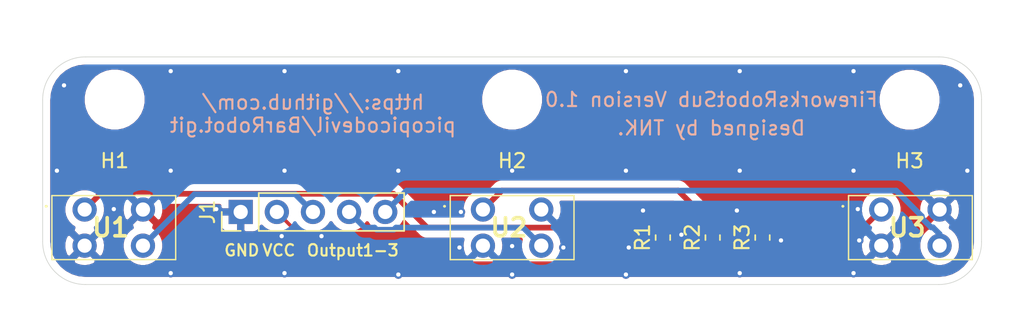
<source format=kicad_pcb>
(kicad_pcb (version 20171130) (host pcbnew "(5.1.6)-1")

  (general
    (thickness 1.6)
    (drawings 14)
    (tracks 76)
    (zones 0)
    (modules 10)
    (nets 9)
  )

  (page A4)
  (layers
    (0 F.Cu signal)
    (31 B.Cu signal)
    (32 B.Adhes user)
    (33 F.Adhes user)
    (34 B.Paste user)
    (35 F.Paste user)
    (36 B.SilkS user)
    (37 F.SilkS user)
    (38 B.Mask user)
    (39 F.Mask user)
    (40 Dwgs.User user)
    (41 Cmts.User user)
    (42 Eco1.User user)
    (43 Eco2.User user)
    (44 Edge.Cuts user)
    (45 Margin user)
    (46 B.CrtYd user)
    (47 F.CrtYd user)
    (48 B.Fab user)
    (49 F.Fab user)
  )

  (setup
    (last_trace_width 0.25)
    (user_trace_width 0.4)
    (trace_clearance 0.2)
    (zone_clearance 0.508)
    (zone_45_only no)
    (trace_min 0.2)
    (via_size 0.8)
    (via_drill 0.4)
    (via_min_size 0.4)
    (via_min_drill 0.3)
    (user_via 0.6 0.3)
    (uvia_size 0.3)
    (uvia_drill 0.1)
    (uvias_allowed no)
    (uvia_min_size 0.2)
    (uvia_min_drill 0.1)
    (edge_width 0.05)
    (segment_width 0.2)
    (pcb_text_width 0.3)
    (pcb_text_size 1.5 1.5)
    (mod_edge_width 0.12)
    (mod_text_size 1 1)
    (mod_text_width 0.15)
    (pad_size 1.524 1.524)
    (pad_drill 0.762)
    (pad_to_mask_clearance 0.05)
    (aux_axis_origin 0 0)
    (visible_elements 7FFFFFFF)
    (pcbplotparams
      (layerselection 0x010fc_ffffffff)
      (usegerberextensions false)
      (usegerberattributes true)
      (usegerberadvancedattributes true)
      (creategerberjobfile true)
      (excludeedgelayer true)
      (linewidth 0.100000)
      (plotframeref false)
      (viasonmask false)
      (mode 1)
      (useauxorigin false)
      (hpglpennumber 1)
      (hpglpenspeed 20)
      (hpglpendiameter 15.000000)
      (psnegative false)
      (psa4output false)
      (plotreference true)
      (plotvalue true)
      (plotinvisibletext false)
      (padsonsilk false)
      (subtractmaskfromsilk false)
      (outputformat 1)
      (mirror false)
      (drillshape 1)
      (scaleselection 1)
      (outputdirectory ""))
  )

  (net 0 "")
  (net 1 GND)
  (net 2 /VCC)
  (net 3 "Net-(R1-Pad2)")
  (net 4 "Net-(R2-Pad2)")
  (net 5 "Net-(R3-Pad2)")
  (net 6 /COLLECTOR_3)
  (net 7 /COLLECTOR_2)
  (net 8 /COLLECTOR_1)

  (net_class Default "This is the default net class."
    (clearance 0.2)
    (trace_width 0.25)
    (via_dia 0.8)
    (via_drill 0.4)
    (uvia_dia 0.3)
    (uvia_drill 0.1)
    (add_net /COLLECTOR_1)
    (add_net /COLLECTOR_2)
    (add_net /COLLECTOR_3)
    (add_net /VCC)
    (add_net GND)
    (add_net "Net-(R1-Pad2)")
    (add_net "Net-(R2-Pad2)")
    (add_net "Net-(R3-Pad2)")
  )

  (module SamcSys_Parts:A5131A (layer F.Cu) (tedit 0) (tstamp 5F5F8624)
    (at 98 72 180)
    (descr LBR-127HLD_1)
    (tags "Undefined or Miscellaneous")
    (path /5F5F0B72)
    (fp_text reference U2 (at 0.225 0) (layer F.SilkS)
      (effects (font (size 1.27 1.27) (thickness 0.254)))
    )
    (fp_text value LBR-127HLD (at 0.225 0) (layer F.SilkS) hide
      (effects (font (size 1.27 1.27) (thickness 0.254)))
    )
    (fp_arc (start 4.75 1.5) (end 4.8 1.5) (angle 180) (layer F.SilkS) (width 0.1))
    (fp_arc (start 4.75 1.5) (end 4.7 1.5) (angle 180) (layer F.SilkS) (width 0.1))
    (fp_text user %R (at 0.225 0) (layer F.Fab)
      (effects (font (size 1.27 1.27) (thickness 0.254)))
    )
    (fp_line (start -4.35 -2.25) (end 4.35 -2.25) (layer F.Fab) (width 0.2))
    (fp_line (start 4.35 -2.25) (end 4.35 2.25) (layer F.Fab) (width 0.2))
    (fp_line (start 4.35 2.25) (end -4.35 2.25) (layer F.Fab) (width 0.2))
    (fp_line (start -4.35 2.25) (end -4.35 -2.25) (layer F.Fab) (width 0.2))
    (fp_line (start -4.35 -2.25) (end 4.35 -2.25) (layer F.SilkS) (width 0.1))
    (fp_line (start 4.35 -2.25) (end 4.35 2.25) (layer F.SilkS) (width 0.1))
    (fp_line (start 4.35 2.25) (end -4.35 2.25) (layer F.SilkS) (width 0.1))
    (fp_line (start -4.35 2.25) (end -4.35 -2.25) (layer F.SilkS) (width 0.1))
    (fp_line (start -5.35 -3.25) (end 5.8 -3.25) (layer F.CrtYd) (width 0.1))
    (fp_line (start 5.8 -3.25) (end 5.8 3.25) (layer F.CrtYd) (width 0.1))
    (fp_line (start 5.8 3.25) (end -5.35 3.25) (layer F.CrtYd) (width 0.1))
    (fp_line (start -5.35 3.25) (end -5.35 -3.25) (layer F.CrtYd) (width 0.1))
    (fp_line (start 4.7 1.5) (end 4.7 1.5) (layer F.SilkS) (width 0.1))
    (fp_line (start 4.8 1.5) (end 4.8 1.5) (layer F.SilkS) (width 0.1))
    (pad 4 thru_hole circle (at -2.05 -1.27 180) (size 1.7 1.7) (drill 1) (layers *.Cu *.Mask)
      (net 7 /COLLECTOR_2))
    (pad 3 thru_hole circle (at -2.05 1.27 180) (size 1.7 1.7) (drill 1) (layers *.Cu *.Mask)
      (net 1 GND))
    (pad 2 thru_hole circle (at 2.05 -1.27 180) (size 1.7 1.7) (drill 1) (layers *.Cu *.Mask)
      (net 1 GND))
    (pad 1 thru_hole circle (at 2.05 1.27 180) (size 1.7 1.7) (drill 1) (layers *.Cu *.Mask)
      (net 4 "Net-(R2-Pad2)"))
  )

  (module MountingHole:MountingHole_3.2mm_M3 (layer F.Cu) (tedit 56D1B4CB) (tstamp 5F60C850)
    (at 98 63)
    (descr "Mounting Hole 3.2mm, no annular, M3")
    (tags "mounting hole 3.2mm no annular m3")
    (path /5F60CD02)
    (attr virtual)
    (fp_text reference H2 (at 0 4.3) (layer F.SilkS)
      (effects (font (size 1 1) (thickness 0.15)))
    )
    (fp_text value MountingHole (at 0 4.2) (layer F.Fab)
      (effects (font (size 1 1) (thickness 0.15)))
    )
    (fp_text user %R (at 0.3 0) (layer F.Fab)
      (effects (font (size 1 1) (thickness 0.15)))
    )
    (fp_circle (center 0 0) (end 3.2 0) (layer Cmts.User) (width 0.15))
    (fp_circle (center 0 0) (end 3.45 0) (layer F.CrtYd) (width 0.05))
    (pad 1 np_thru_hole circle (at 0 0) (size 3.2 3.2) (drill 3.2) (layers *.Cu *.Mask))
  )

  (module Resistor_SMD:R_0603_1608Metric_Pad1.05x0.95mm_HandSolder (layer F.Cu) (tedit 5B301BBD) (tstamp 5F60D831)
    (at 115.6 72.7 90)
    (descr "Resistor SMD 0603 (1608 Metric), square (rectangular) end terminal, IPC_7351 nominal with elongated pad for handsoldering. (Body size source: http://www.tortai-tech.com/upload/download/2011102023233369053.pdf), generated with kicad-footprint-generator")
    (tags "resistor handsolder")
    (path /5F60C4CE)
    (attr smd)
    (fp_text reference R3 (at 0 -1.43 90) (layer F.SilkS)
      (effects (font (size 1 1) (thickness 0.15)))
    )
    (fp_text value 100 (at 0 1.43 90) (layer F.Fab)
      (effects (font (size 1 1) (thickness 0.15)))
    )
    (fp_text user %R (at 0 0 90) (layer F.Fab)
      (effects (font (size 0.4 0.4) (thickness 0.06)))
    )
    (fp_line (start -0.8 0.4) (end -0.8 -0.4) (layer F.Fab) (width 0.1))
    (fp_line (start -0.8 -0.4) (end 0.8 -0.4) (layer F.Fab) (width 0.1))
    (fp_line (start 0.8 -0.4) (end 0.8 0.4) (layer F.Fab) (width 0.1))
    (fp_line (start 0.8 0.4) (end -0.8 0.4) (layer F.Fab) (width 0.1))
    (fp_line (start -0.171267 -0.51) (end 0.171267 -0.51) (layer F.SilkS) (width 0.12))
    (fp_line (start -0.171267 0.51) (end 0.171267 0.51) (layer F.SilkS) (width 0.12))
    (fp_line (start -1.65 0.73) (end -1.65 -0.73) (layer F.CrtYd) (width 0.05))
    (fp_line (start -1.65 -0.73) (end 1.65 -0.73) (layer F.CrtYd) (width 0.05))
    (fp_line (start 1.65 -0.73) (end 1.65 0.73) (layer F.CrtYd) (width 0.05))
    (fp_line (start 1.65 0.73) (end -1.65 0.73) (layer F.CrtYd) (width 0.05))
    (pad 2 smd roundrect (at 0.875 0 90) (size 1.05 0.95) (layers F.Cu F.Paste F.Mask) (roundrect_rratio 0.25)
      (net 5 "Net-(R3-Pad2)"))
    (pad 1 smd roundrect (at -0.875 0 90) (size 1.05 0.95) (layers F.Cu F.Paste F.Mask) (roundrect_rratio 0.25)
      (net 2 /VCC))
    (model ${KISYS3DMOD}/Resistor_SMD.3dshapes/R_0603_1608Metric.wrl
      (at (xyz 0 0 0))
      (scale (xyz 1 1 1))
      (rotate (xyz 0 0 0))
    )
  )

  (module Resistor_SMD:R_0603_1608Metric_Pad1.05x0.95mm_HandSolder (layer F.Cu) (tedit 5B301BBD) (tstamp 5F60D820)
    (at 112.1 72.7 90)
    (descr "Resistor SMD 0603 (1608 Metric), square (rectangular) end terminal, IPC_7351 nominal with elongated pad for handsoldering. (Body size source: http://www.tortai-tech.com/upload/download/2011102023233369053.pdf), generated with kicad-footprint-generator")
    (tags "resistor handsolder")
    (path /5F609DDF)
    (attr smd)
    (fp_text reference R2 (at 0 -1.43 90) (layer F.SilkS)
      (effects (font (size 1 1) (thickness 0.15)))
    )
    (fp_text value 100 (at 0 1.43 90) (layer F.Fab)
      (effects (font (size 1 1) (thickness 0.15)))
    )
    (fp_text user %R (at 0 0 90) (layer F.Fab)
      (effects (font (size 0.4 0.4) (thickness 0.06)))
    )
    (fp_line (start -0.8 0.4) (end -0.8 -0.4) (layer F.Fab) (width 0.1))
    (fp_line (start -0.8 -0.4) (end 0.8 -0.4) (layer F.Fab) (width 0.1))
    (fp_line (start 0.8 -0.4) (end 0.8 0.4) (layer F.Fab) (width 0.1))
    (fp_line (start 0.8 0.4) (end -0.8 0.4) (layer F.Fab) (width 0.1))
    (fp_line (start -0.171267 -0.51) (end 0.171267 -0.51) (layer F.SilkS) (width 0.12))
    (fp_line (start -0.171267 0.51) (end 0.171267 0.51) (layer F.SilkS) (width 0.12))
    (fp_line (start -1.65 0.73) (end -1.65 -0.73) (layer F.CrtYd) (width 0.05))
    (fp_line (start -1.65 -0.73) (end 1.65 -0.73) (layer F.CrtYd) (width 0.05))
    (fp_line (start 1.65 -0.73) (end 1.65 0.73) (layer F.CrtYd) (width 0.05))
    (fp_line (start 1.65 0.73) (end -1.65 0.73) (layer F.CrtYd) (width 0.05))
    (pad 2 smd roundrect (at 0.875 0 90) (size 1.05 0.95) (layers F.Cu F.Paste F.Mask) (roundrect_rratio 0.25)
      (net 4 "Net-(R2-Pad2)"))
    (pad 1 smd roundrect (at -0.875 0 90) (size 1.05 0.95) (layers F.Cu F.Paste F.Mask) (roundrect_rratio 0.25)
      (net 2 /VCC))
    (model ${KISYS3DMOD}/Resistor_SMD.3dshapes/R_0603_1608Metric.wrl
      (at (xyz 0 0 0))
      (scale (xyz 1 1 1))
      (rotate (xyz 0 0 0))
    )
  )

  (module Resistor_SMD:R_0603_1608Metric_Pad1.05x0.95mm_HandSolder (layer F.Cu) (tedit 5B301BBD) (tstamp 5F60D80F)
    (at 108.6 72.7 90)
    (descr "Resistor SMD 0603 (1608 Metric), square (rectangular) end terminal, IPC_7351 nominal with elongated pad for handsoldering. (Body size source: http://www.tortai-tech.com/upload/download/2011102023233369053.pdf), generated with kicad-footprint-generator")
    (tags "resistor handsolder")
    (path /5F608384)
    (attr smd)
    (fp_text reference R1 (at 0 -1.43 90) (layer F.SilkS)
      (effects (font (size 1 1) (thickness 0.15)))
    )
    (fp_text value 100 (at 0 1.43 90) (layer F.Fab)
      (effects (font (size 1 1) (thickness 0.15)))
    )
    (fp_text user %R (at 0 0 90) (layer F.Fab)
      (effects (font (size 0.4 0.4) (thickness 0.06)))
    )
    (fp_line (start -0.8 0.4) (end -0.8 -0.4) (layer F.Fab) (width 0.1))
    (fp_line (start -0.8 -0.4) (end 0.8 -0.4) (layer F.Fab) (width 0.1))
    (fp_line (start 0.8 -0.4) (end 0.8 0.4) (layer F.Fab) (width 0.1))
    (fp_line (start 0.8 0.4) (end -0.8 0.4) (layer F.Fab) (width 0.1))
    (fp_line (start -0.171267 -0.51) (end 0.171267 -0.51) (layer F.SilkS) (width 0.12))
    (fp_line (start -0.171267 0.51) (end 0.171267 0.51) (layer F.SilkS) (width 0.12))
    (fp_line (start -1.65 0.73) (end -1.65 -0.73) (layer F.CrtYd) (width 0.05))
    (fp_line (start -1.65 -0.73) (end 1.65 -0.73) (layer F.CrtYd) (width 0.05))
    (fp_line (start 1.65 -0.73) (end 1.65 0.73) (layer F.CrtYd) (width 0.05))
    (fp_line (start 1.65 0.73) (end -1.65 0.73) (layer F.CrtYd) (width 0.05))
    (pad 2 smd roundrect (at 0.875 0 90) (size 1.05 0.95) (layers F.Cu F.Paste F.Mask) (roundrect_rratio 0.25)
      (net 3 "Net-(R1-Pad2)"))
    (pad 1 smd roundrect (at -0.875 0 90) (size 1.05 0.95) (layers F.Cu F.Paste F.Mask) (roundrect_rratio 0.25)
      (net 2 /VCC))
    (model ${KISYS3DMOD}/Resistor_SMD.3dshapes/R_0603_1608Metric.wrl
      (at (xyz 0 0 0))
      (scale (xyz 1 1 1))
      (rotate (xyz 0 0 0))
    )
  )

  (module MountingHole:MountingHole_3.2mm_M3 (layer F.Cu) (tedit 56D1B4CB) (tstamp 5F60A250)
    (at 125.94 63.01)
    (descr "Mounting Hole 3.2mm, no annular, M3")
    (tags "mounting hole 3.2mm no annular m3")
    (path /5F606804)
    (attr virtual)
    (fp_text reference H3 (at 0 4.3) (layer F.SilkS)
      (effects (font (size 1 1) (thickness 0.15)))
    )
    (fp_text value MountingHole (at 0 4.2) (layer F.Fab)
      (effects (font (size 1 1) (thickness 0.15)))
    )
    (fp_text user %R (at 0.3 0) (layer F.Fab)
      (effects (font (size 1 1) (thickness 0.15)))
    )
    (fp_circle (center 0 0) (end 3.2 0) (layer Cmts.User) (width 0.15))
    (fp_circle (center 0 0) (end 3.45 0) (layer F.CrtYd) (width 0.05))
    (pad 1 np_thru_hole circle (at 0 0) (size 3.2 3.2) (drill 3.2) (layers *.Cu *.Mask))
  )

  (module MountingHole:MountingHole_3.2mm_M3 (layer F.Cu) (tedit 56D1B4CB) (tstamp 5F60A248)
    (at 70.06 63)
    (descr "Mounting Hole 3.2mm, no annular, M3")
    (tags "mounting hole 3.2mm no annular m3")
    (path /5F604B4D)
    (attr virtual)
    (fp_text reference H1 (at 0 4.3) (layer F.SilkS)
      (effects (font (size 1 1) (thickness 0.15)))
    )
    (fp_text value MountingHole (at 0 4.2) (layer F.Fab)
      (effects (font (size 1 1) (thickness 0.15)))
    )
    (fp_text user %R (at 0.3 0) (layer F.Fab)
      (effects (font (size 1 1) (thickness 0.15)))
    )
    (fp_circle (center 0 0) (end 3.2 0) (layer Cmts.User) (width 0.15))
    (fp_circle (center 0 0) (end 3.45 0) (layer F.CrtYd) (width 0.05))
    (pad 1 np_thru_hole circle (at 0 0) (size 3.2 3.2) (drill 3.2) (layers *.Cu *.Mask))
  )

  (module SamcSys_Parts:A5131A (layer F.Cu) (tedit 0) (tstamp 5F5F863D)
    (at 126 72 180)
    (descr LBR-127HLD_1)
    (tags "Undefined or Miscellaneous")
    (path /5F5F13C7)
    (fp_text reference U3 (at 0.225 0) (layer F.SilkS)
      (effects (font (size 1.27 1.27) (thickness 0.254)))
    )
    (fp_text value LBR-127HLD (at 0.225 0) (layer F.SilkS) hide
      (effects (font (size 1.27 1.27) (thickness 0.254)))
    )
    (fp_arc (start 4.75 1.5) (end 4.8 1.5) (angle 180) (layer F.SilkS) (width 0.1))
    (fp_arc (start 4.75 1.5) (end 4.7 1.5) (angle 180) (layer F.SilkS) (width 0.1))
    (fp_text user %R (at 0.225 0) (layer F.Fab)
      (effects (font (size 1.27 1.27) (thickness 0.254)))
    )
    (fp_line (start -4.35 -2.25) (end 4.35 -2.25) (layer F.Fab) (width 0.2))
    (fp_line (start 4.35 -2.25) (end 4.35 2.25) (layer F.Fab) (width 0.2))
    (fp_line (start 4.35 2.25) (end -4.35 2.25) (layer F.Fab) (width 0.2))
    (fp_line (start -4.35 2.25) (end -4.35 -2.25) (layer F.Fab) (width 0.2))
    (fp_line (start -4.35 -2.25) (end 4.35 -2.25) (layer F.SilkS) (width 0.1))
    (fp_line (start 4.35 -2.25) (end 4.35 2.25) (layer F.SilkS) (width 0.1))
    (fp_line (start 4.35 2.25) (end -4.35 2.25) (layer F.SilkS) (width 0.1))
    (fp_line (start -4.35 2.25) (end -4.35 -2.25) (layer F.SilkS) (width 0.1))
    (fp_line (start -5.35 -3.25) (end 5.8 -3.25) (layer F.CrtYd) (width 0.1))
    (fp_line (start 5.8 -3.25) (end 5.8 3.25) (layer F.CrtYd) (width 0.1))
    (fp_line (start 5.8 3.25) (end -5.35 3.25) (layer F.CrtYd) (width 0.1))
    (fp_line (start -5.35 3.25) (end -5.35 -3.25) (layer F.CrtYd) (width 0.1))
    (fp_line (start 4.7 1.5) (end 4.7 1.5) (layer F.SilkS) (width 0.1))
    (fp_line (start 4.8 1.5) (end 4.8 1.5) (layer F.SilkS) (width 0.1))
    (pad 4 thru_hole circle (at -2.05 -1.27 180) (size 1.7 1.7) (drill 1) (layers *.Cu *.Mask)
      (net 6 /COLLECTOR_3))
    (pad 3 thru_hole circle (at -2.05 1.27 180) (size 1.7 1.7) (drill 1) (layers *.Cu *.Mask)
      (net 1 GND))
    (pad 2 thru_hole circle (at 2.05 -1.27 180) (size 1.7 1.7) (drill 1) (layers *.Cu *.Mask)
      (net 1 GND))
    (pad 1 thru_hole circle (at 2.05 1.27 180) (size 1.7 1.7) (drill 1) (layers *.Cu *.Mask)
      (net 5 "Net-(R3-Pad2)"))
  )

  (module SamcSys_Parts:A5131A (layer F.Cu) (tedit 0) (tstamp 5F5F860B)
    (at 70 72 180)
    (descr LBR-127HLD_1)
    (tags "Undefined or Miscellaneous")
    (path /5F5F161D)
    (fp_text reference U1 (at 0.225 0) (layer F.SilkS)
      (effects (font (size 1.27 1.27) (thickness 0.254)))
    )
    (fp_text value LBR-127HLD (at 0.225 0) (layer F.SilkS) hide
      (effects (font (size 1.27 1.27) (thickness 0.254)))
    )
    (fp_arc (start 4.75 1.5) (end 4.8 1.5) (angle 180) (layer F.SilkS) (width 0.1))
    (fp_arc (start 4.75 1.5) (end 4.7 1.5) (angle 180) (layer F.SilkS) (width 0.1))
    (fp_text user %R (at 0.225 0) (layer F.Fab)
      (effects (font (size 1.27 1.27) (thickness 0.254)))
    )
    (fp_line (start -4.35 -2.25) (end 4.35 -2.25) (layer F.Fab) (width 0.2))
    (fp_line (start 4.35 -2.25) (end 4.35 2.25) (layer F.Fab) (width 0.2))
    (fp_line (start 4.35 2.25) (end -4.35 2.25) (layer F.Fab) (width 0.2))
    (fp_line (start -4.35 2.25) (end -4.35 -2.25) (layer F.Fab) (width 0.2))
    (fp_line (start -4.35 -2.25) (end 4.35 -2.25) (layer F.SilkS) (width 0.1))
    (fp_line (start 4.35 -2.25) (end 4.35 2.25) (layer F.SilkS) (width 0.1))
    (fp_line (start 4.35 2.25) (end -4.35 2.25) (layer F.SilkS) (width 0.1))
    (fp_line (start -4.35 2.25) (end -4.35 -2.25) (layer F.SilkS) (width 0.1))
    (fp_line (start -5.35 -3.25) (end 5.8 -3.25) (layer F.CrtYd) (width 0.1))
    (fp_line (start 5.8 -3.25) (end 5.8 3.25) (layer F.CrtYd) (width 0.1))
    (fp_line (start 5.8 3.25) (end -5.35 3.25) (layer F.CrtYd) (width 0.1))
    (fp_line (start -5.35 3.25) (end -5.35 -3.25) (layer F.CrtYd) (width 0.1))
    (fp_line (start 4.7 1.5) (end 4.7 1.5) (layer F.SilkS) (width 0.1))
    (fp_line (start 4.8 1.5) (end 4.8 1.5) (layer F.SilkS) (width 0.1))
    (pad 4 thru_hole circle (at -2.05 -1.27 180) (size 1.7 1.7) (drill 1) (layers *.Cu *.Mask)
      (net 8 /COLLECTOR_1))
    (pad 3 thru_hole circle (at -2.05 1.27 180) (size 1.7 1.7) (drill 1) (layers *.Cu *.Mask)
      (net 1 GND))
    (pad 2 thru_hole circle (at 2.05 -1.27 180) (size 1.7 1.7) (drill 1) (layers *.Cu *.Mask)
      (net 1 GND))
    (pad 1 thru_hole circle (at 2.05 1.27 180) (size 1.7 1.7) (drill 1) (layers *.Cu *.Mask)
      (net 3 "Net-(R1-Pad2)"))
  )

  (module Connector_PinHeader_2.54mm:PinHeader_1x05_P2.54mm_Vertical (layer F.Cu) (tedit 59FED5CC) (tstamp 5F5F85F2)
    (at 78.92 70.9 90)
    (descr "Through hole straight pin header, 1x05, 2.54mm pitch, single row")
    (tags "Through hole pin header THT 1x05 2.54mm single row")
    (path /5F5F5C2E)
    (fp_text reference J1 (at 0 -2.33 90) (layer F.SilkS)
      (effects (font (size 1 1) (thickness 0.15)))
    )
    (fp_text value Conn_01x05 (at 0 12.49 90) (layer F.Fab)
      (effects (font (size 1 1) (thickness 0.15)))
    )
    (fp_text user %R (at 0 5.08) (layer F.Fab)
      (effects (font (size 1 1) (thickness 0.15)))
    )
    (fp_line (start -0.635 -1.27) (end 1.27 -1.27) (layer F.Fab) (width 0.1))
    (fp_line (start 1.27 -1.27) (end 1.27 11.43) (layer F.Fab) (width 0.1))
    (fp_line (start 1.27 11.43) (end -1.27 11.43) (layer F.Fab) (width 0.1))
    (fp_line (start -1.27 11.43) (end -1.27 -0.635) (layer F.Fab) (width 0.1))
    (fp_line (start -1.27 -0.635) (end -0.635 -1.27) (layer F.Fab) (width 0.1))
    (fp_line (start -1.33 11.49) (end 1.33 11.49) (layer F.SilkS) (width 0.12))
    (fp_line (start -1.33 1.27) (end -1.33 11.49) (layer F.SilkS) (width 0.12))
    (fp_line (start 1.33 1.27) (end 1.33 11.49) (layer F.SilkS) (width 0.12))
    (fp_line (start -1.33 1.27) (end 1.33 1.27) (layer F.SilkS) (width 0.12))
    (fp_line (start -1.33 0) (end -1.33 -1.33) (layer F.SilkS) (width 0.12))
    (fp_line (start -1.33 -1.33) (end 0 -1.33) (layer F.SilkS) (width 0.12))
    (fp_line (start -1.8 -1.8) (end -1.8 11.95) (layer F.CrtYd) (width 0.05))
    (fp_line (start -1.8 11.95) (end 1.8 11.95) (layer F.CrtYd) (width 0.05))
    (fp_line (start 1.8 11.95) (end 1.8 -1.8) (layer F.CrtYd) (width 0.05))
    (fp_line (start 1.8 -1.8) (end -1.8 -1.8) (layer F.CrtYd) (width 0.05))
    (pad 5 thru_hole oval (at 0 10.16 90) (size 1.7 1.7) (drill 1) (layers *.Cu *.Mask)
      (net 6 /COLLECTOR_3))
    (pad 4 thru_hole oval (at 0 7.62 90) (size 1.7 1.7) (drill 1) (layers *.Cu *.Mask)
      (net 7 /COLLECTOR_2))
    (pad 3 thru_hole oval (at 0 5.08 90) (size 1.7 1.7) (drill 1) (layers *.Cu *.Mask)
      (net 8 /COLLECTOR_1))
    (pad 2 thru_hole oval (at 0 2.54 90) (size 1.7 1.7) (drill 1) (layers *.Cu *.Mask)
      (net 2 /VCC))
    (pad 1 thru_hole rect (at 0 0 90) (size 1.7 1.7) (drill 1) (layers *.Cu *.Mask)
      (net 1 GND))
    (model ${KISYS3DMOD}/Connector_PinHeader_2.54mm.3dshapes/PinHeader_1x05_P2.54mm_Vertical.wrl
      (at (xyz 0 0 0))
      (scale (xyz 1 1 1))
      (rotate (xyz 0 0 0))
    )
  )

  (gr_text "FireworksRobotSub Version 1.0" (at 112 63) (layer B.SilkS) (tstamp 5F620F31)
    (effects (font (size 1 1) (thickness 0.15)) (justify mirror))
  )
  (gr_text "Designed by TNK." (at 112 65) (layer B.SilkS) (tstamp 5F620F30)
    (effects (font (size 1 1) (thickness 0.15)) (justify mirror))
  )
  (gr_text "https://github.com/\npicopicodevil/BarRobot.git" (at 84 64) (layer B.SilkS) (tstamp 5F620F2F)
    (effects (font (size 1 1) (thickness 0.15)) (justify mirror))
  )
  (gr_text Output1-3 (at 86.8 73.6) (layer F.SilkS)
    (effects (font (size 0.8 0.8) (thickness 0.15)))
  )
  (gr_text VCC (at 81.6 73.6) (layer F.SilkS) (tstamp 5F6183BF)
    (effects (font (size 0.8 0.8) (thickness 0.15)))
  )
  (gr_text GND (at 79 73.6) (layer F.SilkS)
    (effects (font (size 0.8 0.8) (thickness 0.15)))
  )
  (gr_arc (start 68 73) (end 65 73) (angle -90) (layer Edge.Cuts) (width 0.05))
  (gr_arc (start 128 73) (end 128 76) (angle -90) (layer Edge.Cuts) (width 0.05))
  (gr_arc (start 128 63) (end 131 63) (angle -90) (layer Edge.Cuts) (width 0.05))
  (gr_arc (start 68 63) (end 68 60) (angle -90) (layer Edge.Cuts) (width 0.05))
  (gr_line (start 128 76) (end 68 76) (layer Edge.Cuts) (width 0.05) (tstamp 5F60457F))
  (gr_line (start 131 63) (end 131 73) (layer Edge.Cuts) (width 0.05))
  (gr_line (start 68 60) (end 128 60) (layer Edge.Cuts) (width 0.05))
  (gr_line (start 65 73) (end 65 63) (layer Edge.Cuts) (width 0.05))

  (via (at 107.2 70.8) (size 0.6) (drill 0.3) (layers F.Cu B.Cu) (net 1))
  (via (at 109.9 72.5) (size 0.6) (drill 0.3) (layers F.Cu B.Cu) (net 1))
  (via (at 116.9 72.9) (size 0.6) (drill 0.3) (layers F.Cu B.Cu) (net 1))
  (via (at 122.3 70.7) (size 0.6) (drill 0.3) (layers F.Cu B.Cu) (net 1))
  (via (at 94.3 73.4) (size 0.6) (drill 0.3) (layers F.Cu B.Cu) (net 1))
  (via (at 98 73.3) (size 0.6) (drill 0.3) (layers F.Cu B.Cu) (net 1))
  (via (at 84.6 72.6) (size 0.6) (drill 0.3) (layers F.Cu B.Cu) (net 1))
  (via (at 94.4 70.9) (size 0.6) (drill 0.3) (layers F.Cu B.Cu) (net 1))
  (via (at 92.5 70.9) (size 0.6) (drill 0.3) (layers F.Cu B.Cu) (net 1))
  (via (at 77.2 70.7) (size 0.6) (drill 0.3) (layers F.Cu B.Cu) (net 1))
  (via (at 81.8 72.6) (size 0.6) (drill 0.3) (layers F.Cu B.Cu) (net 1))
  (via (at 70 70.7) (size 0.6) (drill 0.3) (layers F.Cu B.Cu) (net 1))
  (via (at 66 68) (size 0.6) (drill 0.3) (layers F.Cu B.Cu) (net 1))
  (via (at 74 68) (size 0.6) (drill 0.3) (layers F.Cu B.Cu) (net 1))
  (via (at 82 68) (size 0.6) (drill 0.3) (layers F.Cu B.Cu) (net 1))
  (via (at 90 68) (size 0.6) (drill 0.3) (layers F.Cu B.Cu) (net 1))
  (via (at 98 68) (size 0.6) (drill 0.3) (layers F.Cu B.Cu) (net 1))
  (via (at 106 68) (size 0.6) (drill 0.3) (layers F.Cu B.Cu) (net 1))
  (via (at 114 68) (size 0.6) (drill 0.3) (layers F.Cu B.Cu) (net 1))
  (via (at 122 68) (size 0.6) (drill 0.3) (layers F.Cu B.Cu) (net 1))
  (via (at 130 68) (size 0.6) (drill 0.3) (layers F.Cu B.Cu) (net 1))
  (via (at 101.6 73.4) (size 0.6) (drill 0.3) (layers F.Cu B.Cu) (net 1))
  (via (at 106.2 73.4) (size 0.6) (drill 0.3) (layers F.Cu B.Cu) (net 1))
  (via (at 113.8 70.8) (size 0.6) (drill 0.3) (layers F.Cu B.Cu) (net 1))
  (via (at 122.4 72.9) (size 0.6) (drill 0.3) (layers F.Cu B.Cu) (net 1))
  (via (at 74 75.2) (size 0.6) (drill 0.3) (layers F.Cu B.Cu) (net 1))
  (via (at 82 75.2) (size 0.6) (drill 0.3) (layers F.Cu B.Cu) (net 1))
  (via (at 114 75.2) (size 0.6) (drill 0.3) (layers F.Cu B.Cu) (net 1))
  (via (at 74 61) (size 0.6) (drill 0.3) (layers F.Cu B.Cu) (net 1))
  (via (at 82 61) (size 0.6) (drill 0.3) (layers F.Cu B.Cu) (net 1))
  (via (at 90 61) (size 0.6) (drill 0.3) (layers F.Cu B.Cu) (net 1))
  (via (at 106 61) (size 0.6) (drill 0.3) (layers F.Cu B.Cu) (net 1))
  (via (at 114 61) (size 0.6) (drill 0.3) (layers F.Cu B.Cu) (net 1))
  (via (at 122 61) (size 0.6) (drill 0.3) (layers F.Cu B.Cu) (net 1))
  (via (at 122 75.2) (size 0.6) (drill 0.3) (layers F.Cu B.Cu) (net 1))
  (via (at 90 75.3) (size 0.6) (drill 0.3) (layers F.Cu B.Cu) (net 1))
  (via (at 98 75.3) (size 0.6) (drill 0.3) (layers F.Cu B.Cu) (net 1))
  (via (at 106 75.3) (size 0.6) (drill 0.3) (layers F.Cu B.Cu) (net 1))
  (via (at 66.5 62) (size 0.6) (drill 0.3) (layers F.Cu B.Cu) (net 1))
  (via (at 129.5 62) (size 0.6) (drill 0.3) (layers F.Cu B.Cu) (net 1))
  (segment (start 108.6 73.575) (end 115.6 73.575) (width 0.4) (layer F.Cu) (net 2))
  (segment (start 81.46 70.9) (end 85.06 74.5) (width 0.25) (layer F.Cu) (net 2))
  (segment (start 107.675 74.5) (end 108.6 73.575) (width 0.25) (layer F.Cu) (net 2))
  (segment (start 85.06 74.5) (end 107.675 74.5) (width 0.25) (layer F.Cu) (net 2))
  (segment (start 71.307777 69.622221) (end 69.057779 69.622221) (width 0.4) (layer F.Cu) (net 3))
  (segment (start 72.650001 69.479999) (end 71.449999 69.479999) (width 0.4) (layer F.Cu) (net 3))
  (segment (start 69.057779 69.622221) (end 67.95 70.73) (width 0.4) (layer F.Cu) (net 3))
  (segment (start 108.425 72) (end 92.030002 72) (width 0.4) (layer F.Cu) (net 3))
  (segment (start 92.030002 72) (end 89.652223 69.622221) (width 0.4) (layer F.Cu) (net 3))
  (segment (start 71.449999 69.479999) (end 71.307777 69.622221) (width 0.4) (layer F.Cu) (net 3))
  (segment (start 89.652223 69.622221) (end 72.792223 69.622221) (width 0.4) (layer F.Cu) (net 3))
  (segment (start 108.6 71.825) (end 108.425 72) (width 0.4) (layer F.Cu) (net 3))
  (segment (start 72.792223 69.622221) (end 72.650001 69.479999) (width 0.4) (layer F.Cu) (net 3))
  (segment (start 109.675 69.4) (end 112.1 71.825) (width 0.4) (layer F.Cu) (net 4))
  (segment (start 95.95 70.73) (end 97.28 69.4) (width 0.4) (layer F.Cu) (net 4))
  (segment (start 97.28 69.4) (end 109.675 69.4) (width 0.4) (layer F.Cu) (net 4))
  (segment (start 122.855 71.825) (end 123.95 70.73) (width 0.4) (layer F.Cu) (net 5))
  (segment (start 115.6 71.825) (end 122.855 71.825) (width 0.4) (layer F.Cu) (net 5))
  (segment (start 127.449999 71.980001) (end 127.580001 71.980001) (width 0.4) (layer B.Cu) (net 6))
  (segment (start 128.05 72.45) (end 128.05 73.27) (width 0.4) (layer B.Cu) (net 6))
  (segment (start 90.58 69.4) (end 125 69.4) (width 0.4) (layer B.Cu) (net 6))
  (segment (start 127.580001 71.980001) (end 128.05 72.45) (width 0.4) (layer B.Cu) (net 6))
  (segment (start 89.08 70.9) (end 90.58 69.4) (width 0.4) (layer B.Cu) (net 6))
  (segment (start 126.799999 71.199999) (end 126.799999 71.330001) (width 0.4) (layer B.Cu) (net 6))
  (segment (start 126.799999 71.330001) (end 127.449999 71.980001) (width 0.4) (layer B.Cu) (net 6))
  (segment (start 125 69.4) (end 126.799999 71.199999) (width 0.4) (layer B.Cu) (net 6))
  (segment (start 98.78 72) (end 100.05 73.27) (width 0.4) (layer B.Cu) (net 7))
  (segment (start 87.64 72) (end 88.329998 72) (width 0.4) (layer B.Cu) (net 7))
  (segment (start 86.54 70.9) (end 87.64 72) (width 0.4) (layer B.Cu) (net 7))
  (segment (start 88.329998 72) (end 88.479999 72.150001) (width 0.4) (layer B.Cu) (net 7))
  (segment (start 88.479999 72.150001) (end 89.680001 72.150001) (width 0.4) (layer B.Cu) (net 7))
  (segment (start 89.830002 72) (end 98.78 72) (width 0.4) (layer B.Cu) (net 7))
  (segment (start 89.680001 72.150001) (end 89.830002 72) (width 0.4) (layer B.Cu) (net 7))
  (segment (start 75.670001 69.649999) (end 72.05 73.27) (width 0.4) (layer B.Cu) (net 8))
  (segment (start 84 70.9) (end 82.749999 69.649999) (width 0.4) (layer B.Cu) (net 8))
  (segment (start 82.749999 69.649999) (end 75.670001 69.649999) (width 0.4) (layer B.Cu) (net 8))

  (zone (net 1) (net_name GND) (layer F.Cu) (tstamp 5F61829D) (hatch edge 0.508)
    (priority 1)
    (connect_pads (clearance 0.508))
    (min_thickness 0.254)
    (fill yes (arc_segments 32) (thermal_gap 0.508) (thermal_bridge_width 0.508))
    (polygon
      (pts
        (xy 134 78) (xy 62 78) (xy 62 56) (xy 134 56)
      )
    )
    (filled_polygon
      (pts
        (xy 128.453893 60.70767) (xy 128.890498 60.839489) (xy 129.293185 61.0536) (xy 129.646612 61.341848) (xy 129.937327 61.693261)
        (xy 130.154242 62.094439) (xy 130.289106 62.530113) (xy 130.34 63.014344) (xy 130.340001 72.967711) (xy 130.29233 73.453894)
        (xy 130.160512 73.890497) (xy 129.946399 74.293186) (xy 129.65815 74.646613) (xy 129.306739 74.937327) (xy 128.905564 75.15424)
        (xy 128.469886 75.289106) (xy 127.985664 75.34) (xy 68.032279 75.34) (xy 67.546106 75.29233) (xy 67.109503 75.160512)
        (xy 66.706814 74.946399) (xy 66.353387 74.65815) (xy 66.062673 74.306739) (xy 66.058163 74.298397) (xy 67.101208 74.298397)
        (xy 67.178843 74.547472) (xy 67.442883 74.673371) (xy 67.726411 74.745339) (xy 68.018531 74.760611) (xy 68.308019 74.718599)
        (xy 68.583747 74.620919) (xy 68.721157 74.547472) (xy 68.798792 74.298397) (xy 67.95 73.449605) (xy 67.101208 74.298397)
        (xy 66.058163 74.298397) (xy 65.84576 73.905564) (xy 65.710894 73.469886) (xy 65.697088 73.338531) (xy 66.459389 73.338531)
        (xy 66.501401 73.628019) (xy 66.599081 73.903747) (xy 66.672528 74.041157) (xy 66.921603 74.118792) (xy 67.770395 73.27)
        (xy 68.129605 73.27) (xy 68.978397 74.118792) (xy 69.227472 74.041157) (xy 69.353371 73.777117) (xy 69.425339 73.493589)
        (xy 69.440611 73.201469) (xy 69.429331 73.12374) (xy 70.565 73.12374) (xy 70.565 73.41626) (xy 70.622068 73.703158)
        (xy 70.73401 73.973411) (xy 70.896525 74.216632) (xy 71.103368 74.423475) (xy 71.346589 74.58599) (xy 71.616842 74.697932)
        (xy 71.90374 74.755) (xy 72.19626 74.755) (xy 72.483158 74.697932) (xy 72.753411 74.58599) (xy 72.996632 74.423475)
        (xy 73.203475 74.216632) (xy 73.36599 73.973411) (xy 73.477932 73.703158) (xy 73.535 73.41626) (xy 73.535 73.12374)
        (xy 73.477932 72.836842) (xy 73.36599 72.566589) (xy 73.203475 72.323368) (xy 72.996632 72.116525) (xy 72.823271 72.000689)
        (xy 72.898792 71.758397) (xy 72.890395 71.75) (xy 77.431928 71.75) (xy 77.444188 71.874482) (xy 77.480498 71.99418)
        (xy 77.539463 72.104494) (xy 77.618815 72.201185) (xy 77.715506 72.280537) (xy 77.82582 72.339502) (xy 77.945518 72.375812)
        (xy 78.07 72.388072) (xy 78.63425 72.385) (xy 78.793 72.22625) (xy 78.793 71.027) (xy 77.59375 71.027)
        (xy 77.435 71.18575) (xy 77.431928 71.75) (xy 72.890395 71.75) (xy 72.05 70.909605) (xy 71.201208 71.758397)
        (xy 71.276729 72.000689) (xy 71.103368 72.116525) (xy 70.896525 72.323368) (xy 70.73401 72.566589) (xy 70.622068 72.836842)
        (xy 70.565 73.12374) (xy 69.429331 73.12374) (xy 69.398599 72.911981) (xy 69.300919 72.636253) (xy 69.227472 72.498843)
        (xy 68.978397 72.421208) (xy 68.129605 73.27) (xy 67.770395 73.27) (xy 66.921603 72.421208) (xy 66.672528 72.498843)
        (xy 66.546629 72.762883) (xy 66.474661 73.046411) (xy 66.459389 73.338531) (xy 65.697088 73.338531) (xy 65.66 72.985664)
        (xy 65.66 70.58374) (xy 66.465 70.58374) (xy 66.465 70.87626) (xy 66.522068 71.163158) (xy 66.63401 71.433411)
        (xy 66.796525 71.676632) (xy 67.003368 71.883475) (xy 67.176729 71.999311) (xy 67.101208 72.241603) (xy 67.95 73.090395)
        (xy 68.798792 72.241603) (xy 68.723271 71.999311) (xy 68.896632 71.883475) (xy 69.103475 71.676632) (xy 69.26599 71.433411)
        (xy 69.377932 71.163158) (xy 69.435 70.87626) (xy 69.435 70.58374) (xy 69.409834 70.457221) (xy 70.587147 70.457221)
        (xy 70.574661 70.506411) (xy 70.559389 70.798531) (xy 70.601401 71.088019) (xy 70.699081 71.363747) (xy 70.772528 71.501157)
        (xy 71.021603 71.578792) (xy 71.870395 70.73) (xy 71.856253 70.715858) (xy 72.035858 70.536253) (xy 72.05 70.550395)
        (xy 72.064143 70.536253) (xy 72.243748 70.715858) (xy 72.229605 70.73) (xy 73.078397 71.578792) (xy 73.327472 71.501157)
        (xy 73.453371 71.237117) (xy 73.525339 70.953589) (xy 73.540611 70.661469) (xy 73.510969 70.457221) (xy 77.434145 70.457221)
        (xy 77.435 70.61425) (xy 77.59375 70.773) (xy 78.793 70.773) (xy 78.793 70.753) (xy 79.047 70.753)
        (xy 79.047 70.773) (xy 79.067 70.773) (xy 79.067 71.027) (xy 79.047 71.027) (xy 79.047 72.22625)
        (xy 79.20575 72.385) (xy 79.77 72.388072) (xy 79.894482 72.375812) (xy 80.01418 72.339502) (xy 80.124494 72.280537)
        (xy 80.221185 72.201185) (xy 80.300537 72.104494) (xy 80.359502 71.99418) (xy 80.381513 71.92162) (xy 80.513368 72.053475)
        (xy 80.756589 72.21599) (xy 81.026842 72.327932) (xy 81.31374 72.385) (xy 81.60626 72.385) (xy 81.826408 72.341209)
        (xy 84.496201 75.011003) (xy 84.519999 75.040001) (xy 84.635724 75.134974) (xy 84.767753 75.205546) (xy 84.911014 75.249003)
        (xy 85.022667 75.26) (xy 85.022677 75.26) (xy 85.06 75.263676) (xy 85.097323 75.26) (xy 107.637678 75.26)
        (xy 107.675 75.263676) (xy 107.712322 75.26) (xy 107.712333 75.26) (xy 107.823986 75.249003) (xy 107.967247 75.205546)
        (xy 108.099276 75.134974) (xy 108.215001 75.040001) (xy 108.238803 75.010998) (xy 108.511729 74.738072) (xy 108.8375 74.738072)
        (xy 109.008316 74.721248) (xy 109.172567 74.671423) (xy 109.323942 74.590512) (xy 109.456623 74.481623) (xy 109.515403 74.41)
        (xy 111.184597 74.41) (xy 111.243377 74.481623) (xy 111.376058 74.590512) (xy 111.527433 74.671423) (xy 111.691684 74.721248)
        (xy 111.8625 74.738072) (xy 112.3375 74.738072) (xy 112.508316 74.721248) (xy 112.672567 74.671423) (xy 112.823942 74.590512)
        (xy 112.956623 74.481623) (xy 113.015403 74.41) (xy 114.684597 74.41) (xy 114.743377 74.481623) (xy 114.876058 74.590512)
        (xy 115.027433 74.671423) (xy 115.191684 74.721248) (xy 115.3625 74.738072) (xy 115.8375 74.738072) (xy 116.008316 74.721248)
        (xy 116.172567 74.671423) (xy 116.323942 74.590512) (xy 116.456623 74.481623) (xy 116.565512 74.348942) (xy 116.592528 74.298397)
        (xy 123.101208 74.298397) (xy 123.178843 74.547472) (xy 123.442883 74.673371) (xy 123.726411 74.745339) (xy 124.018531 74.760611)
        (xy 124.308019 74.718599) (xy 124.583747 74.620919) (xy 124.721157 74.547472) (xy 124.798792 74.298397) (xy 123.95 73.449605)
        (xy 123.101208 74.298397) (xy 116.592528 74.298397) (xy 116.646423 74.197567) (xy 116.696248 74.033316) (xy 116.713072 73.8625)
        (xy 116.713072 73.2875) (xy 116.696248 73.116684) (xy 116.646423 72.952433) (xy 116.565512 72.801058) (xy 116.482575 72.7)
        (xy 116.515403 72.66) (xy 122.595685 72.66) (xy 122.546629 72.762883) (xy 122.474661 73.046411) (xy 122.459389 73.338531)
        (xy 122.501401 73.628019) (xy 122.599081 73.903747) (xy 122.672528 74.041157) (xy 122.921603 74.118792) (xy 123.770395 73.27)
        (xy 124.129605 73.27) (xy 124.978397 74.118792) (xy 125.227472 74.041157) (xy 125.353371 73.777117) (xy 125.425339 73.493589)
        (xy 125.440611 73.201469) (xy 125.429331 73.12374) (xy 126.565 73.12374) (xy 126.565 73.41626) (xy 126.622068 73.703158)
        (xy 126.73401 73.973411) (xy 126.896525 74.216632) (xy 127.103368 74.423475) (xy 127.346589 74.58599) (xy 127.616842 74.697932)
        (xy 127.90374 74.755) (xy 128.19626 74.755) (xy 128.483158 74.697932) (xy 128.753411 74.58599) (xy 128.996632 74.423475)
        (xy 129.203475 74.216632) (xy 129.36599 73.973411) (xy 129.477932 73.703158) (xy 129.535 73.41626) (xy 129.535 73.12374)
        (xy 129.477932 72.836842) (xy 129.36599 72.566589) (xy 129.203475 72.323368) (xy 128.996632 72.116525) (xy 128.823271 72.000689)
        (xy 128.898792 71.758397) (xy 128.05 70.909605) (xy 127.201208 71.758397) (xy 127.276729 72.000689) (xy 127.103368 72.116525)
        (xy 126.896525 72.323368) (xy 126.73401 72.566589) (xy 126.622068 72.836842) (xy 126.565 73.12374) (xy 125.429331 73.12374)
        (xy 125.398599 72.911981) (xy 125.300919 72.636253) (xy 125.227472 72.498843) (xy 124.978397 72.421208) (xy 124.129605 73.27)
        (xy 123.770395 73.27) (xy 123.756253 73.255858) (xy 123.935858 73.076253) (xy 123.95 73.090395) (xy 124.798792 72.241603)
        (xy 124.723271 71.999311) (xy 124.896632 71.883475) (xy 125.103475 71.676632) (xy 125.26599 71.433411) (xy 125.377932 71.163158)
        (xy 125.435 70.87626) (xy 125.435 70.798531) (xy 126.559389 70.798531) (xy 126.601401 71.088019) (xy 126.699081 71.363747)
        (xy 126.772528 71.501157) (xy 127.021603 71.578792) (xy 127.870395 70.73) (xy 128.229605 70.73) (xy 129.078397 71.578792)
        (xy 129.327472 71.501157) (xy 129.453371 71.237117) (xy 129.525339 70.953589) (xy 129.540611 70.661469) (xy 129.498599 70.371981)
        (xy 129.400919 70.096253) (xy 129.327472 69.958843) (xy 129.078397 69.881208) (xy 128.229605 70.73) (xy 127.870395 70.73)
        (xy 127.021603 69.881208) (xy 126.772528 69.958843) (xy 126.646629 70.222883) (xy 126.574661 70.506411) (xy 126.559389 70.798531)
        (xy 125.435 70.798531) (xy 125.435 70.58374) (xy 125.377932 70.296842) (xy 125.26599 70.026589) (xy 125.103475 69.783368)
        (xy 125.02171 69.701603) (xy 127.201208 69.701603) (xy 128.05 70.550395) (xy 128.898792 69.701603) (xy 128.821157 69.452528)
        (xy 128.557117 69.326629) (xy 128.273589 69.254661) (xy 127.981469 69.239389) (xy 127.691981 69.281401) (xy 127.416253 69.379081)
        (xy 127.278843 69.452528) (xy 127.201208 69.701603) (xy 125.02171 69.701603) (xy 124.896632 69.576525) (xy 124.653411 69.41401)
        (xy 124.383158 69.302068) (xy 124.09626 69.245) (xy 123.80374 69.245) (xy 123.516842 69.302068) (xy 123.246589 69.41401)
        (xy 123.003368 69.576525) (xy 122.796525 69.783368) (xy 122.63401 70.026589) (xy 122.522068 70.296842) (xy 122.465 70.58374)
        (xy 122.465 70.87626) (xy 122.487624 70.99) (xy 116.515403 70.99) (xy 116.456623 70.918377) (xy 116.323942 70.809488)
        (xy 116.172567 70.728577) (xy 116.008316 70.678752) (xy 115.8375 70.661928) (xy 115.3625 70.661928) (xy 115.191684 70.678752)
        (xy 115.027433 70.728577) (xy 114.876058 70.809488) (xy 114.743377 70.918377) (xy 114.634488 71.051058) (xy 114.553577 71.202433)
        (xy 114.503752 71.366684) (xy 114.486928 71.5375) (xy 114.486928 72.1125) (xy 114.503752 72.283316) (xy 114.553577 72.447567)
        (xy 114.634488 72.598942) (xy 114.717425 72.7) (xy 114.684597 72.74) (xy 113.015403 72.74) (xy 112.982575 72.7)
        (xy 113.065512 72.598942) (xy 113.146423 72.447567) (xy 113.196248 72.283316) (xy 113.213072 72.1125) (xy 113.213072 71.5375)
        (xy 113.196248 71.366684) (xy 113.146423 71.202433) (xy 113.065512 71.051058) (xy 112.956623 70.918377) (xy 112.823942 70.809488)
        (xy 112.672567 70.728577) (xy 112.508316 70.678752) (xy 112.3375 70.661928) (xy 112.117797 70.661928) (xy 110.294446 68.838579)
        (xy 110.268291 68.806709) (xy 110.141146 68.702364) (xy 109.996087 68.624828) (xy 109.838689 68.577082) (xy 109.716019 68.565)
        (xy 109.716018 68.565) (xy 109.675 68.56096) (xy 109.633982 68.565) (xy 97.321018 68.565) (xy 97.279999 68.56096)
        (xy 97.238981 68.565) (xy 97.116311 68.577082) (xy 96.958913 68.624828) (xy 96.813854 68.702364) (xy 96.686709 68.806709)
        (xy 96.660558 68.838574) (xy 96.227939 69.271193) (xy 96.09626 69.245) (xy 95.80374 69.245) (xy 95.516842 69.302068)
        (xy 95.246589 69.41401) (xy 95.003368 69.576525) (xy 94.796525 69.783368) (xy 94.63401 70.026589) (xy 94.522068 70.296842)
        (xy 94.465 70.58374) (xy 94.465 70.87626) (xy 94.522068 71.163158) (xy 94.522831 71.165) (xy 92.37587 71.165)
        (xy 90.271669 69.0608) (xy 90.245514 69.02893) (xy 90.118369 68.924585) (xy 89.97331 68.847049) (xy 89.815912 68.799303)
        (xy 89.693242 68.787221) (xy 89.693241 68.787221) (xy 89.652223 68.783181) (xy 89.611205 68.787221) (xy 73.122067 68.787221)
        (xy 73.116147 68.782363) (xy 72.971088 68.704827) (xy 72.81369 68.657081) (xy 72.69102 68.644999) (xy 72.691019 68.644999)
        (xy 72.650001 68.640959) (xy 72.608983 68.644999) (xy 71.491006 68.644999) (xy 71.449998 68.64096) (xy 71.40899 68.644999)
        (xy 71.40898 68.644999) (xy 71.28631 68.657081) (xy 71.128912 68.704827) (xy 70.983853 68.782363) (xy 70.977933 68.787221)
        (xy 69.098797 68.787221) (xy 69.057778 68.783181) (xy 69.01676 68.787221) (xy 68.89409 68.799303) (xy 68.736692 68.847049)
        (xy 68.591633 68.924585) (xy 68.464488 69.02893) (xy 68.43834 69.060792) (xy 68.227939 69.271193) (xy 68.09626 69.245)
        (xy 67.80374 69.245) (xy 67.516842 69.302068) (xy 67.246589 69.41401) (xy 67.003368 69.576525) (xy 66.796525 69.783368)
        (xy 66.63401 70.026589) (xy 66.522068 70.296842) (xy 66.465 70.58374) (xy 65.66 70.58374) (xy 65.66 63.032279)
        (xy 65.684748 62.779872) (xy 67.825 62.779872) (xy 67.825 63.220128) (xy 67.91089 63.651925) (xy 68.079369 64.058669)
        (xy 68.323962 64.424729) (xy 68.635271 64.736038) (xy 69.001331 64.980631) (xy 69.408075 65.14911) (xy 69.839872 65.235)
        (xy 70.280128 65.235) (xy 70.711925 65.14911) (xy 71.118669 64.980631) (xy 71.484729 64.736038) (xy 71.796038 64.424729)
        (xy 72.040631 64.058669) (xy 72.20911 63.651925) (xy 72.295 63.220128) (xy 72.295 62.779872) (xy 95.765 62.779872)
        (xy 95.765 63.220128) (xy 95.85089 63.651925) (xy 96.019369 64.058669) (xy 96.263962 64.424729) (xy 96.575271 64.736038)
        (xy 96.941331 64.980631) (xy 97.348075 65.14911) (xy 97.779872 65.235) (xy 98.220128 65.235) (xy 98.651925 65.14911)
        (xy 99.058669 64.980631) (xy 99.424729 64.736038) (xy 99.736038 64.424729) (xy 99.980631 64.058669) (xy 100.14911 63.651925)
        (xy 100.235 63.220128) (xy 100.235 62.789872) (xy 123.705 62.789872) (xy 123.705 63.230128) (xy 123.79089 63.661925)
        (xy 123.959369 64.068669) (xy 124.203962 64.434729) (xy 124.515271 64.746038) (xy 124.881331 64.990631) (xy 125.288075 65.15911)
        (xy 125.719872 65.245) (xy 126.160128 65.245) (xy 126.591925 65.15911) (xy 126.998669 64.990631) (xy 127.364729 64.746038)
        (xy 127.676038 64.434729) (xy 127.920631 64.068669) (xy 128.08911 63.661925) (xy 128.175 63.230128) (xy 128.175 62.789872)
        (xy 128.08911 62.358075) (xy 127.920631 61.951331) (xy 127.676038 61.585271) (xy 127.364729 61.273962) (xy 126.998669 61.029369)
        (xy 126.591925 60.86089) (xy 126.160128 60.775) (xy 125.719872 60.775) (xy 125.288075 60.86089) (xy 124.881331 61.029369)
        (xy 124.515271 61.273962) (xy 124.203962 61.585271) (xy 123.959369 61.951331) (xy 123.79089 62.358075) (xy 123.705 62.789872)
        (xy 100.235 62.789872) (xy 100.235 62.779872) (xy 100.14911 62.348075) (xy 99.980631 61.941331) (xy 99.736038 61.575271)
        (xy 99.424729 61.263962) (xy 99.058669 61.019369) (xy 98.651925 60.85089) (xy 98.220128 60.765) (xy 97.779872 60.765)
        (xy 97.348075 60.85089) (xy 96.941331 61.019369) (xy 96.575271 61.263962) (xy 96.263962 61.575271) (xy 96.019369 61.941331)
        (xy 95.85089 62.348075) (xy 95.765 62.779872) (xy 72.295 62.779872) (xy 72.20911 62.348075) (xy 72.040631 61.941331)
        (xy 71.796038 61.575271) (xy 71.484729 61.263962) (xy 71.118669 61.019369) (xy 70.711925 60.85089) (xy 70.280128 60.765)
        (xy 69.839872 60.765) (xy 69.408075 60.85089) (xy 69.001331 61.019369) (xy 68.635271 61.263962) (xy 68.323962 61.575271)
        (xy 68.079369 61.941331) (xy 67.91089 62.348075) (xy 67.825 62.779872) (xy 65.684748 62.779872) (xy 65.70767 62.546107)
        (xy 65.839489 62.109502) (xy 66.0536 61.706815) (xy 66.341848 61.353388) (xy 66.693261 61.062673) (xy 67.094439 60.845758)
        (xy 67.530113 60.710894) (xy 68.014344 60.66) (xy 127.967721 60.66)
      )
    )
    (filled_polygon
      (pts
        (xy 107.553577 72.952433) (xy 107.503752 73.116684) (xy 107.486928 73.2875) (xy 107.486928 73.613271) (xy 107.360199 73.74)
        (xy 101.462672 73.74) (xy 101.477932 73.703158) (xy 101.535 73.41626) (xy 101.535 73.12374) (xy 101.477932 72.836842)
        (xy 101.477169 72.835) (xy 107.616346 72.835)
      )
    )
    (filled_polygon
      (pts
        (xy 98.622068 72.836842) (xy 98.565 73.12374) (xy 98.565 73.41626) (xy 98.622068 73.703158) (xy 98.637328 73.74)
        (xy 97.362792 73.74) (xy 97.425339 73.493589) (xy 97.440611 73.201469) (xy 97.398599 72.911981) (xy 97.371328 72.835)
        (xy 98.622831 72.835)
      )
    )
    (filled_polygon
      (pts
        (xy 91.410561 72.561427) (xy 91.436711 72.593291) (xy 91.563856 72.697636) (xy 91.708915 72.775172) (xy 91.866313 72.822918)
        (xy 91.988983 72.835) (xy 91.988993 72.835) (xy 92.030001 72.839039) (xy 92.071009 72.835) (xy 94.528324 72.835)
        (xy 94.474661 73.046411) (xy 94.459389 73.338531) (xy 94.501401 73.628019) (xy 94.541072 73.74) (xy 85.374802 73.74)
        (xy 84.019802 72.385) (xy 84.14626 72.385) (xy 84.433158 72.327932) (xy 84.703411 72.21599) (xy 84.946632 72.053475)
        (xy 85.153475 71.846632) (xy 85.27 71.67224) (xy 85.386525 71.846632) (xy 85.593368 72.053475) (xy 85.836589 72.21599)
        (xy 86.106842 72.327932) (xy 86.39374 72.385) (xy 86.68626 72.385) (xy 86.973158 72.327932) (xy 87.243411 72.21599)
        (xy 87.486632 72.053475) (xy 87.693475 71.846632) (xy 87.81 71.67224) (xy 87.926525 71.846632) (xy 88.133368 72.053475)
        (xy 88.376589 72.21599) (xy 88.646842 72.327932) (xy 88.93374 72.385) (xy 89.22626 72.385) (xy 89.513158 72.327932)
        (xy 89.783411 72.21599) (xy 90.026632 72.053475) (xy 90.233475 71.846632) (xy 90.39599 71.603411) (xy 90.412555 71.56342)
      )
    )
    (filled_polygon
      (pts
        (xy 96.143748 73.255858) (xy 96.129605 73.27) (xy 96.143748 73.284143) (xy 95.964143 73.463748) (xy 95.95 73.449605)
        (xy 95.935858 73.463748) (xy 95.756253 73.284143) (xy 95.770395 73.27) (xy 95.756253 73.255858) (xy 95.935858 73.076253)
        (xy 95.95 73.090395) (xy 95.964143 73.076253)
      )
    )
    (filled_polygon
      (pts
        (xy 110.986928 71.892797) (xy 110.986928 72.1125) (xy 111.003752 72.283316) (xy 111.053577 72.447567) (xy 111.134488 72.598942)
        (xy 111.217425 72.7) (xy 111.184597 72.74) (xy 109.515403 72.74) (xy 109.482575 72.7) (xy 109.565512 72.598942)
        (xy 109.646423 72.447567) (xy 109.696248 72.283316) (xy 109.713072 72.1125) (xy 109.713072 71.5375) (xy 109.696248 71.366684)
        (xy 109.646423 71.202433) (xy 109.565512 71.051058) (xy 109.456623 70.918377) (xy 109.323942 70.809488) (xy 109.172567 70.728577)
        (xy 109.008316 70.678752) (xy 108.8375 70.661928) (xy 108.3625 70.661928) (xy 108.191684 70.678752) (xy 108.027433 70.728577)
        (xy 107.876058 70.809488) (xy 107.743377 70.918377) (xy 107.634488 71.051058) (xy 107.573585 71.165) (xy 101.471676 71.165)
        (xy 101.525339 70.953589) (xy 101.540611 70.661469) (xy 101.498599 70.371981) (xy 101.450072 70.235) (xy 109.329133 70.235)
      )
    )
    (filled_polygon
      (pts
        (xy 100.243748 70.715858) (xy 100.229605 70.73) (xy 100.243748 70.744143) (xy 100.064143 70.923748) (xy 100.05 70.909605)
        (xy 100.035858 70.923748) (xy 99.856253 70.744143) (xy 99.870395 70.73) (xy 99.856253 70.715858) (xy 100.035858 70.536253)
        (xy 100.05 70.550395) (xy 100.064143 70.536253)
      )
    )
  )
  (zone (net 1) (net_name GND) (layer B.Cu) (tstamp 5F61829A) (hatch edge 0.508)
    (priority 1)
    (connect_pads (clearance 0.508))
    (min_thickness 0.254)
    (fill yes (arc_segments 32) (thermal_gap 0.508) (thermal_bridge_width 0.508))
    (polygon
      (pts
        (xy 134 78) (xy 62 78) (xy 62 56) (xy 134 56)
      )
    )
    (filled_polygon
      (pts
        (xy 128.453893 60.70767) (xy 128.890498 60.839489) (xy 129.293185 61.0536) (xy 129.646612 61.341848) (xy 129.937327 61.693261)
        (xy 130.154242 62.094439) (xy 130.289106 62.530113) (xy 130.34 63.014344) (xy 130.340001 72.967711) (xy 130.29233 73.453894)
        (xy 130.160512 73.890497) (xy 129.946399 74.293186) (xy 129.65815 74.646613) (xy 129.306739 74.937327) (xy 128.905564 75.15424)
        (xy 128.469886 75.289106) (xy 127.985664 75.34) (xy 68.032279 75.34) (xy 67.546106 75.29233) (xy 67.109503 75.160512)
        (xy 66.706814 74.946399) (xy 66.353387 74.65815) (xy 66.062673 74.306739) (xy 66.058163 74.298397) (xy 67.101208 74.298397)
        (xy 67.178843 74.547472) (xy 67.442883 74.673371) (xy 67.726411 74.745339) (xy 68.018531 74.760611) (xy 68.308019 74.718599)
        (xy 68.583747 74.620919) (xy 68.721157 74.547472) (xy 68.798792 74.298397) (xy 67.95 73.449605) (xy 67.101208 74.298397)
        (xy 66.058163 74.298397) (xy 65.84576 73.905564) (xy 65.710894 73.469886) (xy 65.697088 73.338531) (xy 66.459389 73.338531)
        (xy 66.501401 73.628019) (xy 66.599081 73.903747) (xy 66.672528 74.041157) (xy 66.921603 74.118792) (xy 67.770395 73.27)
        (xy 68.129605 73.27) (xy 68.978397 74.118792) (xy 69.227472 74.041157) (xy 69.353371 73.777117) (xy 69.425339 73.493589)
        (xy 69.440611 73.201469) (xy 69.429331 73.12374) (xy 70.565 73.12374) (xy 70.565 73.41626) (xy 70.622068 73.703158)
        (xy 70.73401 73.973411) (xy 70.896525 74.216632) (xy 71.103368 74.423475) (xy 71.346589 74.58599) (xy 71.616842 74.697932)
        (xy 71.90374 74.755) (xy 72.19626 74.755) (xy 72.483158 74.697932) (xy 72.753411 74.58599) (xy 72.996632 74.423475)
        (xy 73.12171 74.298397) (xy 95.101208 74.298397) (xy 95.178843 74.547472) (xy 95.442883 74.673371) (xy 95.726411 74.745339)
        (xy 96.018531 74.760611) (xy 96.308019 74.718599) (xy 96.583747 74.620919) (xy 96.721157 74.547472) (xy 96.798792 74.298397)
        (xy 95.95 73.449605) (xy 95.101208 74.298397) (xy 73.12171 74.298397) (xy 73.203475 74.216632) (xy 73.36599 73.973411)
        (xy 73.477932 73.703158) (xy 73.535 73.41626) (xy 73.535 73.12374) (xy 73.508807 72.99206) (xy 74.750867 71.75)
        (xy 77.431928 71.75) (xy 77.444188 71.874482) (xy 77.480498 71.99418) (xy 77.539463 72.104494) (xy 77.618815 72.201185)
        (xy 77.715506 72.280537) (xy 77.82582 72.339502) (xy 77.945518 72.375812) (xy 78.07 72.388072) (xy 78.63425 72.385)
        (xy 78.793 72.22625) (xy 78.793 71.027) (xy 77.59375 71.027) (xy 77.435 71.18575) (xy 77.431928 71.75)
        (xy 74.750867 71.75) (xy 76.01587 70.484999) (xy 77.434296 70.484999) (xy 77.435 70.61425) (xy 77.59375 70.773)
        (xy 78.793 70.773) (xy 78.793 70.753) (xy 79.047 70.753) (xy 79.047 70.773) (xy 79.067 70.773)
        (xy 79.067 71.027) (xy 79.047 71.027) (xy 79.047 72.22625) (xy 79.20575 72.385) (xy 79.77 72.388072)
        (xy 79.894482 72.375812) (xy 80.01418 72.339502) (xy 80.124494 72.280537) (xy 80.221185 72.201185) (xy 80.300537 72.104494)
        (xy 80.359502 71.99418) (xy 80.381513 71.92162) (xy 80.513368 72.053475) (xy 80.756589 72.21599) (xy 81.026842 72.327932)
        (xy 81.31374 72.385) (xy 81.60626 72.385) (xy 81.893158 72.327932) (xy 82.163411 72.21599) (xy 82.406632 72.053475)
        (xy 82.613475 71.846632) (xy 82.73 71.67224) (xy 82.846525 71.846632) (xy 83.053368 72.053475) (xy 83.296589 72.21599)
        (xy 83.566842 72.327932) (xy 83.85374 72.385) (xy 84.14626 72.385) (xy 84.433158 72.327932) (xy 84.703411 72.21599)
        (xy 84.946632 72.053475) (xy 85.153475 71.846632) (xy 85.27 71.67224) (xy 85.386525 71.846632) (xy 85.593368 72.053475)
        (xy 85.836589 72.21599) (xy 86.106842 72.327932) (xy 86.39374 72.385) (xy 86.68626 72.385) (xy 86.817939 72.358807)
        (xy 87.020563 72.561432) (xy 87.046709 72.593291) (xy 87.078568 72.619437) (xy 87.07857 72.619439) (xy 87.173854 72.697636)
        (xy 87.318913 72.775172) (xy 87.476311 72.822918) (xy 87.64 72.83904) (xy 87.681018 72.835) (xy 87.998455 72.835)
        (xy 88.013853 72.847637) (xy 88.158912 72.925173) (xy 88.31631 72.972919) (xy 88.43898 72.985001) (xy 88.43899 72.985001)
        (xy 88.479998 72.98904) (xy 88.521006 72.985001) (xy 89.638983 72.985001) (xy 89.680001 72.989041) (xy 89.721019 72.985001)
        (xy 89.72102 72.985001) (xy 89.84369 72.972919) (xy 90.001088 72.925173) (xy 90.146147 72.847637) (xy 90.161545 72.835)
        (xy 94.528324 72.835) (xy 94.474661 73.046411) (xy 94.459389 73.338531) (xy 94.501401 73.628019) (xy 94.599081 73.903747)
        (xy 94.672528 74.041157) (xy 94.921603 74.118792) (xy 95.770395 73.27) (xy 95.756253 73.255858) (xy 95.935858 73.076253)
        (xy 95.95 73.090395) (xy 95.964143 73.076253) (xy 96.143748 73.255858) (xy 96.129605 73.27) (xy 96.978397 74.118792)
        (xy 97.227472 74.041157) (xy 97.353371 73.777117) (xy 97.425339 73.493589) (xy 97.440611 73.201469) (xy 97.398599 72.911981)
        (xy 97.371328 72.835) (xy 98.434133 72.835) (xy 98.591193 72.99206) (xy 98.565 73.12374) (xy 98.565 73.41626)
        (xy 98.622068 73.703158) (xy 98.73401 73.973411) (xy 98.896525 74.216632) (xy 99.103368 74.423475) (xy 99.346589 74.58599)
        (xy 99.616842 74.697932) (xy 99.90374 74.755) (xy 100.19626 74.755) (xy 100.483158 74.697932) (xy 100.753411 74.58599)
        (xy 100.996632 74.423475) (xy 101.12171 74.298397) (xy 123.101208 74.298397) (xy 123.178843 74.547472) (xy 123.442883 74.673371)
        (xy 123.726411 74.745339) (xy 124.018531 74.760611) (xy 124.308019 74.718599) (xy 124.583747 74.620919) (xy 124.721157 74.547472)
        (xy 124.798792 74.298397) (xy 123.95 73.449605) (xy 123.101208 74.298397) (xy 101.12171 74.298397) (xy 101.203475 74.216632)
        (xy 101.36599 73.973411) (xy 101.477932 73.703158) (xy 101.535 73.41626) (xy 101.535 73.338531) (xy 122.459389 73.338531)
        (xy 122.501401 73.628019) (xy 122.599081 73.903747) (xy 122.672528 74.041157) (xy 122.921603 74.118792) (xy 123.770395 73.27)
        (xy 124.129605 73.27) (xy 124.978397 74.118792) (xy 125.227472 74.041157) (xy 125.353371 73.777117) (xy 125.425339 73.493589)
        (xy 125.440611 73.201469) (xy 125.398599 72.911981) (xy 125.300919 72.636253) (xy 125.227472 72.498843) (xy 124.978397 72.421208)
        (xy 124.129605 73.27) (xy 123.770395 73.27) (xy 122.921603 72.421208) (xy 122.672528 72.498843) (xy 122.546629 72.762883)
        (xy 122.474661 73.046411) (xy 122.459389 73.338531) (xy 101.535 73.338531) (xy 101.535 73.12374) (xy 101.477932 72.836842)
        (xy 101.36599 72.566589) (xy 101.203475 72.323368) (xy 100.996632 72.116525) (xy 100.823271 72.000689) (xy 100.898792 71.758397)
        (xy 100.05 70.909605) (xy 100.035858 70.923748) (xy 99.856253 70.744143) (xy 99.870395 70.73) (xy 99.856253 70.715858)
        (xy 100.035858 70.536253) (xy 100.05 70.550395) (xy 100.064143 70.536253) (xy 100.243748 70.715858) (xy 100.229605 70.73)
        (xy 101.078397 71.578792) (xy 101.327472 71.501157) (xy 101.453371 71.237117) (xy 101.525339 70.953589) (xy 101.540611 70.661469)
        (xy 101.498599 70.371981) (xy 101.450072 70.235) (xy 122.547684 70.235) (xy 122.522068 70.296842) (xy 122.465 70.58374)
        (xy 122.465 70.87626) (xy 122.522068 71.163158) (xy 122.63401 71.433411) (xy 122.796525 71.676632) (xy 123.003368 71.883475)
        (xy 123.176729 71.999311) (xy 123.101208 72.241603) (xy 123.95 73.090395) (xy 124.798792 72.241603) (xy 124.723271 71.999311)
        (xy 124.896632 71.883475) (xy 125.103475 71.676632) (xy 125.26599 71.433411) (xy 125.377932 71.163158) (xy 125.411837 70.992705)
        (xy 126.005061 71.585929) (xy 126.024827 71.651088) (xy 126.102363 71.796147) (xy 126.206708 71.923292) (xy 126.238576 71.949445)
        (xy 126.782759 72.49363) (xy 126.73401 72.566589) (xy 126.622068 72.836842) (xy 126.565 73.12374) (xy 126.565 73.41626)
        (xy 126.622068 73.703158) (xy 126.73401 73.973411) (xy 126.896525 74.216632) (xy 127.103368 74.423475) (xy 127.346589 74.58599)
        (xy 127.616842 74.697932) (xy 127.90374 74.755) (xy 128.19626 74.755) (xy 128.483158 74.697932) (xy 128.753411 74.58599)
        (xy 128.996632 74.423475) (xy 129.203475 74.216632) (xy 129.36599 73.973411) (xy 129.477932 73.703158) (xy 129.535 73.41626)
        (xy 129.535 73.12374) (xy 129.477932 72.836842) (xy 129.36599 72.566589) (xy 129.203475 72.323368) (xy 128.996632 72.116525)
        (xy 128.823271 72.000689) (xy 128.898792 71.758397) (xy 128.05 70.909605) (xy 128.035858 70.923748) (xy 127.856253 70.744143)
        (xy 127.870395 70.73) (xy 128.229605 70.73) (xy 129.078397 71.578792) (xy 129.327472 71.501157) (xy 129.453371 71.237117)
        (xy 129.525339 70.953589) (xy 129.540611 70.661469) (xy 129.498599 70.371981) (xy 129.400919 70.096253) (xy 129.327472 69.958843)
        (xy 129.078397 69.881208) (xy 128.229605 70.73) (xy 127.870395 70.73) (xy 127.021603 69.881208) (xy 126.772528 69.958843)
        (xy 126.761932 69.981065) (xy 126.48247 69.701603) (xy 127.201208 69.701603) (xy 128.05 70.550395) (xy 128.898792 69.701603)
        (xy 128.821157 69.452528) (xy 128.557117 69.326629) (xy 128.273589 69.254661) (xy 127.981469 69.239389) (xy 127.691981 69.281401)
        (xy 127.416253 69.379081) (xy 127.278843 69.452528) (xy 127.201208 69.701603) (xy 126.48247 69.701603) (xy 125.619446 68.838579)
        (xy 125.593291 68.806709) (xy 125.466146 68.702364) (xy 125.321087 68.624828) (xy 125.163689 68.577082) (xy 125.041019 68.565)
        (xy 125.041018 68.565) (xy 125 68.56096) (xy 124.958982 68.565) (xy 90.621007 68.565) (xy 90.579999 68.560961)
        (xy 90.538991 68.565) (xy 90.538981 68.565) (xy 90.416311 68.577082) (xy 90.258913 68.624828) (xy 90.113854 68.702364)
        (xy 89.986709 68.806709) (xy 89.960559 68.838574) (xy 89.35794 69.441193) (xy 89.22626 69.415) (xy 88.93374 69.415)
        (xy 88.646842 69.472068) (xy 88.376589 69.58401) (xy 88.133368 69.746525) (xy 87.926525 69.953368) (xy 87.81 70.12776)
        (xy 87.693475 69.953368) (xy 87.486632 69.746525) (xy 87.243411 69.58401) (xy 86.973158 69.472068) (xy 86.68626 69.415)
        (xy 86.39374 69.415) (xy 86.106842 69.472068) (xy 85.836589 69.58401) (xy 85.593368 69.746525) (xy 85.386525 69.953368)
        (xy 85.27 70.12776) (xy 85.153475 69.953368) (xy 84.946632 69.746525) (xy 84.703411 69.58401) (xy 84.433158 69.472068)
        (xy 84.14626 69.415) (xy 83.85374 69.415) (xy 83.72206 69.441193) (xy 83.369445 69.088578) (xy 83.34329 69.056708)
        (xy 83.216145 68.952363) (xy 83.071086 68.874827) (xy 82.913688 68.827081) (xy 82.791018 68.814999) (xy 82.791017 68.814999)
        (xy 82.749999 68.810959) (xy 82.708981 68.814999) (xy 75.711019 68.814999) (xy 75.670001 68.810959) (xy 75.628983 68.814999)
        (xy 75.628982 68.814999) (xy 75.506312 68.827081) (xy 75.348914 68.874827) (xy 75.203855 68.952363) (xy 75.07671 69.056708)
        (xy 75.050564 69.088567) (xy 73.532633 70.606498) (xy 73.498599 70.371981) (xy 73.400919 70.096253) (xy 73.327472 69.958843)
        (xy 73.078397 69.881208) (xy 72.229605 70.73) (xy 72.243748 70.744143) (xy 72.064143 70.923748) (xy 72.05 70.909605)
        (xy 71.201208 71.758397) (xy 71.276729 72.000689) (xy 71.103368 72.116525) (xy 70.896525 72.323368) (xy 70.73401 72.566589)
        (xy 70.622068 72.836842) (xy 70.565 73.12374) (xy 69.429331 73.12374) (xy 69.398599 72.911981) (xy 69.300919 72.636253)
        (xy 69.227472 72.498843) (xy 68.978397 72.421208) (xy 68.129605 73.27) (xy 67.770395 73.27) (xy 66.921603 72.421208)
        (xy 66.672528 72.498843) (xy 66.546629 72.762883) (xy 66.474661 73.046411) (xy 66.459389 73.338531) (xy 65.697088 73.338531)
        (xy 65.66 72.985664) (xy 65.66 70.58374) (xy 66.465 70.58374) (xy 66.465 70.87626) (xy 66.522068 71.163158)
        (xy 66.63401 71.433411) (xy 66.796525 71.676632) (xy 67.003368 71.883475) (xy 67.176729 71.999311) (xy 67.101208 72.241603)
        (xy 67.95 73.090395) (xy 68.798792 72.241603) (xy 68.723271 71.999311) (xy 68.896632 71.883475) (xy 69.103475 71.676632)
        (xy 69.26599 71.433411) (xy 69.377932 71.163158) (xy 69.435 70.87626) (xy 69.435 70.798531) (xy 70.559389 70.798531)
        (xy 70.601401 71.088019) (xy 70.699081 71.363747) (xy 70.772528 71.501157) (xy 71.021603 71.578792) (xy 71.870395 70.73)
        (xy 71.021603 69.881208) (xy 70.772528 69.958843) (xy 70.646629 70.222883) (xy 70.574661 70.506411) (xy 70.559389 70.798531)
        (xy 69.435 70.798531) (xy 69.435 70.58374) (xy 69.377932 70.296842) (xy 69.26599 70.026589) (xy 69.103475 69.783368)
        (xy 69.02171 69.701603) (xy 71.201208 69.701603) (xy 72.05 70.550395) (xy 72.898792 69.701603) (xy 72.821157 69.452528)
        (xy 72.557117 69.326629) (xy 72.273589 69.254661) (xy 71.981469 69.239389) (xy 71.691981 69.281401) (xy 71.416253 69.379081)
        (xy 71.278843 69.452528) (xy 71.201208 69.701603) (xy 69.02171 69.701603) (xy 68.896632 69.576525) (xy 68.653411 69.41401)
        (xy 68.383158 69.302068) (xy 68.09626 69.245) (xy 67.80374 69.245) (xy 67.516842 69.302068) (xy 67.246589 69.41401)
        (xy 67.003368 69.576525) (xy 66.796525 69.783368) (xy 66.63401 70.026589) (xy 66.522068 70.296842) (xy 66.465 70.58374)
        (xy 65.66 70.58374) (xy 65.66 63.032279) (xy 65.684748 62.779872) (xy 67.825 62.779872) (xy 67.825 63.220128)
        (xy 67.91089 63.651925) (xy 68.079369 64.058669) (xy 68.323962 64.424729) (xy 68.635271 64.736038) (xy 69.001331 64.980631)
        (xy 69.408075 65.14911) (xy 69.839872 65.235) (xy 70.280128 65.235) (xy 70.711925 65.14911) (xy 71.118669 64.980631)
        (xy 71.484729 64.736038) (xy 71.796038 64.424729) (xy 72.040631 64.058669) (xy 72.20911 63.651925) (xy 72.295 63.220128)
        (xy 72.295 62.779872) (xy 95.765 62.779872) (xy 95.765 63.220128) (xy 95.85089 63.651925) (xy 96.019369 64.058669)
        (xy 96.263962 64.424729) (xy 96.575271 64.736038) (xy 96.941331 64.980631) (xy 97.348075 65.14911) (xy 97.779872 65.235)
        (xy 98.220128 65.235) (xy 98.651925 65.14911) (xy 99.058669 64.980631) (xy 99.424729 64.736038) (xy 99.736038 64.424729)
        (xy 99.980631 64.058669) (xy 100.14911 63.651925) (xy 100.235 63.220128) (xy 100.235 62.789872) (xy 123.705 62.789872)
        (xy 123.705 63.230128) (xy 123.79089 63.661925) (xy 123.959369 64.068669) (xy 124.203962 64.434729) (xy 124.515271 64.746038)
        (xy 124.881331 64.990631) (xy 125.288075 65.15911) (xy 125.719872 65.245) (xy 126.160128 65.245) (xy 126.591925 65.15911)
        (xy 126.998669 64.990631) (xy 127.364729 64.746038) (xy 127.676038 64.434729) (xy 127.920631 64.068669) (xy 128.08911 63.661925)
        (xy 128.175 63.230128) (xy 128.175 62.789872) (xy 128.08911 62.358075) (xy 127.920631 61.951331) (xy 127.676038 61.585271)
        (xy 127.364729 61.273962) (xy 126.998669 61.029369) (xy 126.591925 60.86089) (xy 126.160128 60.775) (xy 125.719872 60.775)
        (xy 125.288075 60.86089) (xy 124.881331 61.029369) (xy 124.515271 61.273962) (xy 124.203962 61.585271) (xy 123.959369 61.951331)
        (xy 123.79089 62.358075) (xy 123.705 62.789872) (xy 100.235 62.789872) (xy 100.235 62.779872) (xy 100.14911 62.348075)
        (xy 99.980631 61.941331) (xy 99.736038 61.575271) (xy 99.424729 61.263962) (xy 99.058669 61.019369) (xy 98.651925 60.85089)
        (xy 98.220128 60.765) (xy 97.779872 60.765) (xy 97.348075 60.85089) (xy 96.941331 61.019369) (xy 96.575271 61.263962)
        (xy 96.263962 61.575271) (xy 96.019369 61.941331) (xy 95.85089 62.348075) (xy 95.765 62.779872) (xy 72.295 62.779872)
        (xy 72.20911 62.348075) (xy 72.040631 61.941331) (xy 71.796038 61.575271) (xy 71.484729 61.263962) (xy 71.118669 61.019369)
        (xy 70.711925 60.85089) (xy 70.280128 60.765) (xy 69.839872 60.765) (xy 69.408075 60.85089) (xy 69.001331 61.019369)
        (xy 68.635271 61.263962) (xy 68.323962 61.575271) (xy 68.079369 61.941331) (xy 67.91089 62.348075) (xy 67.825 62.779872)
        (xy 65.684748 62.779872) (xy 65.70767 62.546107) (xy 65.839489 62.109502) (xy 66.0536 61.706815) (xy 66.341848 61.353388)
        (xy 66.693261 61.062673) (xy 67.094439 60.845758) (xy 67.530113 60.710894) (xy 68.014344 60.66) (xy 127.967721 60.66)
      )
    )
    (filled_polygon
      (pts
        (xy 94.522068 70.296842) (xy 94.465 70.58374) (xy 94.465 70.87626) (xy 94.522068 71.163158) (xy 94.522831 71.165)
        (xy 90.541381 71.165) (xy 90.565 71.04626) (xy 90.565 70.75374) (xy 90.538807 70.62206) (xy 90.925868 70.235)
        (xy 94.547684 70.235)
      )
    )
  )
)

</source>
